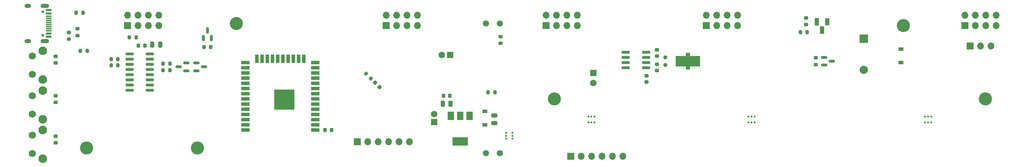
<source format=gbr>
%TF.GenerationSoftware,KiCad,Pcbnew,(6.0.1)*%
%TF.CreationDate,2022-01-22T16:32:06+01:00*%
%TF.ProjectId,MoBo and Touchbar,4d6f426f-2061-46e6-9420-546f75636862,rev?*%
%TF.SameCoordinates,Original*%
%TF.FileFunction,Soldermask,Top*%
%TF.FilePolarity,Negative*%
%FSLAX46Y46*%
G04 Gerber Fmt 4.6, Leading zero omitted, Abs format (unit mm)*
G04 Created by KiCad (PCBNEW (6.0.1)) date 2022-01-22 16:32:06*
%MOMM*%
%LPD*%
G01*
G04 APERTURE LIST*
G04 Aperture macros list*
%AMRoundRect*
0 Rectangle with rounded corners*
0 $1 Rounding radius*
0 $2 $3 $4 $5 $6 $7 $8 $9 X,Y pos of 4 corners*
0 Add a 4 corners polygon primitive as box body*
4,1,4,$2,$3,$4,$5,$6,$7,$8,$9,$2,$3,0*
0 Add four circle primitives for the rounded corners*
1,1,$1+$1,$2,$3*
1,1,$1+$1,$4,$5*
1,1,$1+$1,$6,$7*
1,1,$1+$1,$8,$9*
0 Add four rect primitives between the rounded corners*
20,1,$1+$1,$2,$3,$4,$5,0*
20,1,$1+$1,$4,$5,$6,$7,0*
20,1,$1+$1,$6,$7,$8,$9,0*
20,1,$1+$1,$8,$9,$2,$3,0*%
G04 Aperture macros list end*
%ADD10RoundRect,0.150000X-0.587500X-0.150000X0.587500X-0.150000X0.587500X0.150000X-0.587500X0.150000X0*%
%ADD11RoundRect,0.250000X-0.250000X-0.475000X0.250000X-0.475000X0.250000X0.475000X-0.250000X0.475000X0*%
%ADD12RoundRect,0.225000X0.250000X-0.225000X0.250000X0.225000X-0.250000X0.225000X-0.250000X-0.225000X0*%
%ADD13RoundRect,0.200000X-0.275000X0.200000X-0.275000X-0.200000X0.275000X-0.200000X0.275000X0.200000X0*%
%ADD14C,1.500000*%
%ADD15R,1.700000X1.700000*%
%ADD16O,1.700000X1.700000*%
%ADD17RoundRect,0.200000X-0.200000X-0.275000X0.200000X-0.275000X0.200000X0.275000X-0.200000X0.275000X0*%
%ADD18C,3.200000*%
%ADD19R,1.200000X0.900000*%
%ADD20R,1.500000X2.000000*%
%ADD21R,3.800000X2.000000*%
%ADD22R,2.000000X2.000000*%
%ADD23C,2.000000*%
%ADD24R,1.600000X1.600000*%
%ADD25C,1.600000*%
%ADD26C,0.500000*%
%ADD27RoundRect,0.225000X0.335876X0.017678X0.017678X0.335876X-0.335876X-0.017678X-0.017678X-0.335876X0*%
%ADD28RoundRect,0.200000X0.200000X0.275000X-0.200000X0.275000X-0.200000X-0.275000X0.200000X-0.275000X0*%
%ADD29RoundRect,0.150000X0.150000X-0.587500X0.150000X0.587500X-0.150000X0.587500X-0.150000X-0.587500X0*%
%ADD30RoundRect,0.225000X-0.250000X0.225000X-0.250000X-0.225000X0.250000X-0.225000X0.250000X0.225000X0*%
%ADD31C,1.000000*%
%ADD32R,1.000000X1.000000*%
%ADD33R,6.000000X2.500000*%
%ADD34RoundRect,0.150000X0.825000X0.150000X-0.825000X0.150000X-0.825000X-0.150000X0.825000X-0.150000X0*%
%ADD35RoundRect,0.250000X0.250000X0.475000X-0.250000X0.475000X-0.250000X-0.475000X0.250000X-0.475000X0*%
%ADD36RoundRect,0.225000X0.225000X0.250000X-0.225000X0.250000X-0.225000X-0.250000X0.225000X-0.250000X0*%
%ADD37C,0.650000*%
%ADD38R,1.450000X0.600000*%
%ADD39R,1.450000X0.300000*%
%ADD40O,2.100000X1.000000*%
%ADD41O,1.600000X1.000000*%
%ADD42RoundRect,0.250000X0.475000X-0.250000X0.475000X0.250000X-0.475000X0.250000X-0.475000X-0.250000X0*%
%ADD43RoundRect,0.200000X0.275000X-0.200000X0.275000X0.200000X-0.275000X0.200000X-0.275000X-0.200000X0*%
%ADD44C,2.100000*%
%ADD45C,1.750000*%
%ADD46R,1.100000X1.800000*%
%ADD47RoundRect,0.275000X0.275000X0.625000X-0.275000X0.625000X-0.275000X-0.625000X0.275000X-0.625000X0*%
%ADD48RoundRect,0.200000X-0.335876X-0.053033X-0.053033X-0.335876X0.335876X0.053033X0.053033X0.335876X0*%
%ADD49RoundRect,0.150000X-0.825000X-0.150000X0.825000X-0.150000X0.825000X0.150000X-0.825000X0.150000X0*%
%ADD50R,2.000000X0.900000*%
%ADD51R,0.900000X2.000000*%
%ADD52R,5.000000X5.000000*%
%ADD53RoundRect,0.150000X0.587500X0.150000X-0.587500X0.150000X-0.587500X-0.150000X0.587500X-0.150000X0*%
G04 APERTURE END LIST*
D10*
%TO.C,Q3*%
X42750500Y-15179000D03*
X42750500Y-17079000D03*
X44625500Y-16129000D03*
%TD*%
D11*
%TO.C,C13*%
X32070000Y-10668000D03*
X33970000Y-10668000D03*
%TD*%
D12*
%TO.C,C4*%
X8509000Y-15126000D03*
X8509000Y-13576000D03*
%TD*%
D13*
%TO.C,R1*%
X193675000Y-13907000D03*
X193675000Y-15557000D03*
%TD*%
D12*
%TO.C,C7*%
X191262000Y-5728000D03*
X191262000Y-4178000D03*
%TD*%
D14*
%TO.C,R14*%
X113300000Y-37300000D03*
X116700000Y-37300000D03*
%TD*%
D15*
%TO.C,J4*%
X167000000Y-6000000D03*
D16*
X167000000Y-3460000D03*
X169540000Y-6000000D03*
X169540000Y-3460000D03*
X172080000Y-6000000D03*
X172080000Y-3460000D03*
X174620000Y-6000000D03*
X174620000Y-3460000D03*
%TD*%
D17*
%TO.C,R15*%
X113856000Y-22352000D03*
X115506000Y-22352000D03*
%TD*%
D18*
%TO.C,H3*%
X52500000Y-5500000D03*
%TD*%
D17*
%TO.C,R4*%
X13526000Y-2921000D03*
X15176000Y-2921000D03*
%TD*%
D19*
%TO.C,D1*%
X214376000Y-11812000D03*
X214376000Y-15112000D03*
%TD*%
D15*
%TO.C,J1*%
X26000000Y-6000000D03*
D16*
X26000000Y-3460000D03*
X28540000Y-6000000D03*
X28540000Y-3460000D03*
X31080000Y-6000000D03*
X31080000Y-3460000D03*
X33620000Y-6000000D03*
X33620000Y-3460000D03*
%TD*%
D10*
%TO.C,Q1*%
X195658500Y-13782000D03*
X195658500Y-15682000D03*
X197533500Y-14732000D03*
%TD*%
D20*
%TO.C,U4*%
X109361000Y-28092000D03*
D21*
X107061000Y-34392000D03*
D20*
X107061000Y-28092000D03*
X104761000Y-28092000D03*
%TD*%
D15*
%TO.C,J3*%
X128000000Y-6000000D03*
D16*
X128000000Y-3460000D03*
X130540000Y-6000000D03*
X130540000Y-3460000D03*
X133080000Y-6000000D03*
X133080000Y-3460000D03*
X135620000Y-6000000D03*
X135620000Y-3460000D03*
%TD*%
D18*
%TO.C,H5*%
X130000000Y-24000000D03*
%TD*%
D22*
%TO.C,BZ1*%
X205359000Y-9281000D03*
D23*
X205359000Y-16881000D03*
%TD*%
D17*
%TO.C,R5*%
X14542000Y-12192000D03*
X16192000Y-12192000D03*
%TD*%
D24*
%TO.C,C10*%
X139446000Y-17613621D03*
D25*
X139446000Y-20113621D03*
%TD*%
D26*
%TO.C,mouse-bite-2mm-slot*%
X139750000Y-29750000D03*
X138250000Y-29750000D03*
X139000000Y-29750000D03*
X138250000Y-28250000D03*
X139750000Y-28250000D03*
X139000000Y-28250000D03*
%TD*%
D15*
%TO.C,J8*%
X231282000Y-11049000D03*
D16*
X233822000Y-11049000D03*
X236362000Y-11049000D03*
%TD*%
D18*
%TO.C,H6*%
X235000000Y-24000000D03*
%TD*%
D12*
%TO.C,C5*%
X8509000Y-24778000D03*
X8509000Y-23228000D03*
%TD*%
D17*
%TO.C,R17*%
X26480000Y-8890000D03*
X28130000Y-8890000D03*
%TD*%
D27*
%TO.C,C3*%
X87416008Y-21122008D03*
X86319992Y-20025992D03*
%TD*%
D28*
%TO.C,R10*%
X36321000Y-16967000D03*
X34671000Y-16967000D03*
%TD*%
D29*
%TO.C,Q4*%
X44516000Y-9065500D03*
X46416000Y-9065500D03*
X45466000Y-7190500D03*
%TD*%
D18*
%TO.C,H4*%
X16000000Y-36000000D03*
%TD*%
D14*
%TO.C,R12*%
X113300000Y-5500000D03*
X116700000Y-5500000D03*
%TD*%
D30*
%TO.C,C8*%
X154940000Y-15494000D03*
X154940000Y-17044000D03*
%TD*%
D31*
%TO.C,Y1*%
X157036000Y-15682000D03*
X157036000Y-13782000D03*
D32*
X162536000Y-13232000D03*
X162536000Y-16232000D03*
D33*
X162536000Y-14732000D03*
%TD*%
D34*
%TO.C,U3*%
X152335000Y-16383000D03*
X152335000Y-15113000D03*
X152335000Y-13843000D03*
X152335000Y-12573000D03*
X147385000Y-12573000D03*
X147385000Y-13843000D03*
X147385000Y-15113000D03*
X147385000Y-16383000D03*
%TD*%
D35*
%TO.C,C14*%
X104709000Y-25146000D03*
X102809000Y-25146000D03*
%TD*%
D36*
%TO.C,C16*%
X30239000Y-10922000D03*
X28689000Y-10922000D03*
%TD*%
D17*
%TO.C,R8*%
X22035000Y-14224000D03*
X23685000Y-14224000D03*
%TD*%
D12*
%TO.C,C6*%
X8509000Y-34684000D03*
X8509000Y-33134000D03*
%TD*%
%TO.C,C9*%
X154940000Y-13475000D03*
X154940000Y-11925000D03*
%TD*%
D37*
%TO.C,J7*%
X5340000Y-8390000D03*
X5340000Y-2610000D03*
D38*
X6785000Y-2250000D03*
X6785000Y-3050000D03*
D39*
X6785000Y-4250000D03*
X6785000Y-5250000D03*
X6785000Y-5750000D03*
X6785000Y-6750000D03*
D38*
X6785000Y-7950000D03*
X6785000Y-8750000D03*
X6785000Y-8750000D03*
X6785000Y-7950000D03*
D39*
X6785000Y-7250000D03*
X6785000Y-6250000D03*
X6785000Y-4750000D03*
X6785000Y-3750000D03*
D38*
X6785000Y-3050000D03*
X6785000Y-2250000D03*
D40*
X5870000Y-9820000D03*
D41*
X1690000Y-1180000D03*
X1690000Y-9820000D03*
D40*
X5870000Y-1180000D03*
%TD*%
D17*
%TO.C,R16*%
X44641000Y-11303000D03*
X46291000Y-11303000D03*
%TD*%
D15*
%TO.C,J6*%
X82000000Y-34500000D03*
D16*
X84540000Y-34500000D03*
X87080000Y-34500000D03*
X89620000Y-34500000D03*
X92160000Y-34500000D03*
X94700000Y-34500000D03*
%TD*%
D17*
%TO.C,R9*%
X22035000Y-15748000D03*
X23685000Y-15748000D03*
%TD*%
D13*
%TO.C,R13*%
X116840000Y-8700000D03*
X116840000Y-10350000D03*
%TD*%
D42*
%TO.C,C2*%
X115316000Y-29906000D03*
X115316000Y-28006000D03*
%TD*%
D18*
%TO.C,H1*%
X43000000Y-36000000D03*
%TD*%
D43*
%TO.C,R7*%
X11684000Y-9334000D03*
X11684000Y-7684000D03*
%TD*%
D44*
%TO.C,SW1*%
X5352500Y-12215000D03*
X5352500Y-19225000D03*
D45*
X2862500Y-17975000D03*
X2862500Y-13475000D03*
%TD*%
D17*
%TO.C,R3*%
X189929000Y-7620000D03*
X191579000Y-7620000D03*
%TD*%
D36*
%TO.C,C12*%
X104534000Y-23241000D03*
X102984000Y-23241000D03*
%TD*%
D46*
%TO.C,U2*%
X196469000Y-5049000D03*
D47*
X195199000Y-7119000D03*
X193929000Y-5049000D03*
%TD*%
D44*
%TO.C,SW2*%
X5352500Y-21915000D03*
X5352500Y-28925000D03*
D45*
X2862500Y-27675000D03*
X2862500Y-23175000D03*
%TD*%
D44*
%TO.C,SW3*%
X5352500Y-31615000D03*
X5352500Y-38625000D03*
D45*
X2862500Y-37375000D03*
X2862500Y-32875000D03*
%TD*%
D18*
%TO.C,H2*%
X215000000Y-6000000D03*
%TD*%
D28*
%TO.C,R11*%
X36321000Y-15367000D03*
X34671000Y-15367000D03*
%TD*%
D48*
%TO.C,R2*%
X84124800Y-17780000D03*
X85291526Y-18946726D03*
%TD*%
D15*
%TO.C,J5*%
X230000000Y-6000000D03*
D16*
X230000000Y-3460000D03*
X232540000Y-6000000D03*
X232540000Y-3460000D03*
X235080000Y-6000000D03*
X235080000Y-3460000D03*
X237620000Y-6000000D03*
X237620000Y-3460000D03*
%TD*%
D36*
%TO.C,C1*%
X75705000Y-31623000D03*
X74155000Y-31623000D03*
%TD*%
D24*
%TO.C,C11*%
X104587112Y-13208000D03*
D25*
X102587112Y-13208000D03*
%TD*%
D49*
%TO.C,U5*%
X26525000Y-12955000D03*
X26525000Y-14225000D03*
X26525000Y-15495000D03*
X26525000Y-16765000D03*
X26525000Y-18035000D03*
X26525000Y-19305000D03*
X26525000Y-20575000D03*
X26525000Y-21845000D03*
X31475000Y-21845000D03*
X31475000Y-20575000D03*
X31475000Y-19305000D03*
X31475000Y-18035000D03*
X31475000Y-16765000D03*
X31475000Y-15495000D03*
X31475000Y-14225000D03*
X31475000Y-12955000D03*
%TD*%
D50*
%TO.C,U1*%
X71746000Y-31623000D03*
X71746000Y-30353000D03*
X71746000Y-29083000D03*
X71746000Y-27813000D03*
X71746000Y-26543000D03*
X71746000Y-25273000D03*
X71746000Y-24003000D03*
X71746000Y-22733000D03*
X71746000Y-21463000D03*
X71746000Y-20193000D03*
X71746000Y-18923000D03*
X71746000Y-17653000D03*
X71746000Y-16383000D03*
X71746000Y-15113000D03*
D51*
X68961000Y-14113000D03*
X67691000Y-14113000D03*
X66421000Y-14113000D03*
X65151000Y-14113000D03*
X63881000Y-14113000D03*
X62611000Y-14113000D03*
X61341000Y-14113000D03*
X60071000Y-14113000D03*
X58801000Y-14113000D03*
X57531000Y-14113000D03*
D50*
X54746000Y-15113000D03*
X54746000Y-16383000D03*
X54746000Y-17653000D03*
X54746000Y-18923000D03*
X54746000Y-20193000D03*
X54746000Y-21463000D03*
X54746000Y-22733000D03*
X54746000Y-24003000D03*
X54746000Y-25273000D03*
X54746000Y-26543000D03*
X54746000Y-27813000D03*
X54746000Y-29083000D03*
X54746000Y-30353000D03*
X54746000Y-31623000D03*
D52*
X64246000Y-24123000D03*
%TD*%
D13*
%TO.C,R6*%
X13843000Y-6795000D03*
X13843000Y-8445000D03*
%TD*%
D15*
%TO.C,J2*%
X89000000Y-6000000D03*
D16*
X89000000Y-3460000D03*
X91540000Y-6000000D03*
X91540000Y-3460000D03*
X94080000Y-6000000D03*
X94080000Y-3460000D03*
X96620000Y-6000000D03*
X96620000Y-3460000D03*
%TD*%
D24*
%TO.C,C19*%
X100711000Y-29657113D03*
D25*
X100711000Y-27657113D03*
%TD*%
D30*
%TO.C,C18*%
X152400000Y-18275000D03*
X152400000Y-19825000D03*
%TD*%
D26*
%TO.C,mouse-bite-2mm-slot*%
X178750000Y-29750000D03*
X178000000Y-28250000D03*
X178750000Y-28250000D03*
X177250000Y-29750000D03*
X178000000Y-29750000D03*
X177250000Y-28250000D03*
%TD*%
%TO.C,mouse-bite-2mm-slot*%
X221750000Y-29750000D03*
X220250000Y-29750000D03*
X221750000Y-28250000D03*
X221000000Y-29750000D03*
X220250000Y-28250000D03*
X221000000Y-28250000D03*
%TD*%
%TO.C,mouse-bite-2mm-slot*%
X118250000Y-33000000D03*
X119750000Y-33750000D03*
X118250000Y-33750000D03*
X119750000Y-32250000D03*
X118250000Y-32250000D03*
X119750000Y-33000000D03*
%TD*%
D19*
%TO.C,D2*%
X113030000Y-30352000D03*
X113030000Y-27052000D03*
%TD*%
D53*
%TO.C,Q2*%
X40307500Y-17079000D03*
X40307500Y-15179000D03*
X38432500Y-16129000D03*
%TD*%
D15*
%TO.C,J1*%
X134000000Y-38000000D03*
D16*
X136540000Y-38000000D03*
X139080000Y-38000000D03*
X141620000Y-38000000D03*
X144160000Y-38000000D03*
X146700000Y-38000000D03*
%TD*%
M02*

</source>
